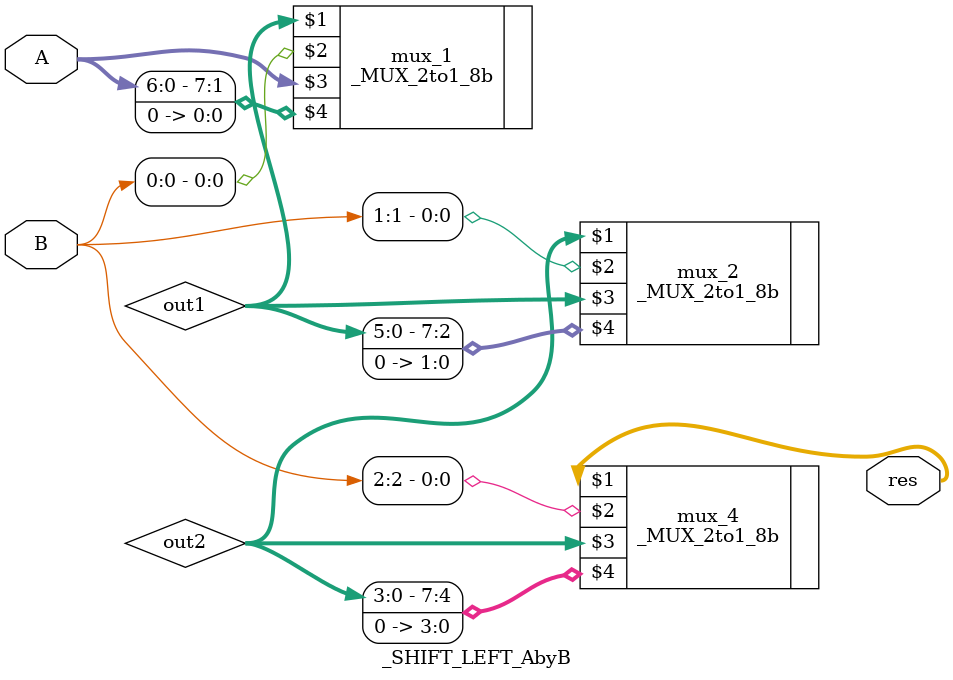
<source format=v>
`timescale 1ns / 1ps


module _SHIFT_LEFT_AbyB(
    output [7:0] res,
    input [7:0] A,
    input [7:0] B
    );
    wire [7:0] out1, out2;
    _MUX_2to1_8b mux_1(out1, B[0], A, {A[6:0], 1'b0});
    _MUX_2to1_8b mux_2(out2, B[1], out1, {out1[5:0], 2'b00});
    _MUX_2to1_8b mux_4(res, B[2], out2, {out2[3:0], 4'b0000});
endmodule

</source>
